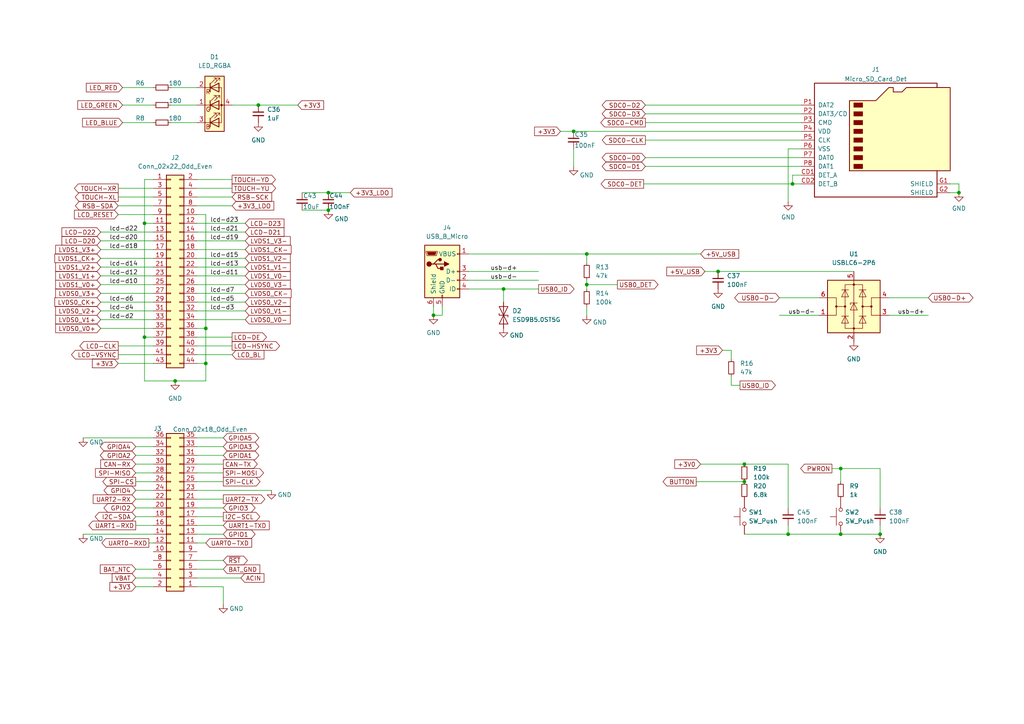
<source format=kicad_sch>
(kicad_sch (version 20250114) (generator "eeschema") (generator_version "9.0")
  (paper "A4")
  (lib_symbols
    (symbol "Connector:USB_B_Micro" (pin_names (offset 1.016))
      (property "Reference" "J" (at -5.08 11.43 0))
      (property "Value" "USB_B_Micro" (at -5.08 8.89 0))
      (symbol "USB_B_Micro_1_1"
        (pin passive line (at -2.54 -10.16 90) (length 2.54) (name "Shield") (number "6"))
        (pin power_out line (at 0 -10.16 90) (length 2.54) (name "GND") (number "5"))
        (pin power_out line (at 7.62 5.08 180) (length 2.54) (name "VBUS") (number "1"))
        (pin bidirectional line (at 7.62 0 180) (length 2.54) (name "D+") (number "3"))
        (pin bidirectional line (at 7.62 -2.54 180) (length 2.54) (name "D-") (number "2"))
        (pin passive line (at 7.62 -5.08 180) (length 2.54) (name "ID") (number "4"))
      )
    )
    (symbol "Connector_Generic:Conn_02x18_Odd_Even" (pin_names (offset 1.016) (hide yes))
      (property "Reference" "J" (at 1.27 22.86 0))
      (property "Value" "Conn_02x18_Odd_Even" (at 1.27 -25.4 0))
      (symbol "Conn_02x18_Odd_Even_1_1"
        (pin passive line (at -5.08 20.32 0) (length 3.81) (name "Pin_1") (number "1"))
        (pin passive line (at -5.08 17.78 0) (length 3.81) (name "Pin_3") (number "3"))
        (pin passive line (at -5.08 15.24 0) (length 3.81) (name "Pin_5") (number "5"))
        (pin passive line (at -5.08 12.7 0) (length 3.81) (name "Pin_7") (number "7"))
        (pin passive line (at -5.08 10.16 0) (length 3.81) (name "Pin_9") (number "9"))
        (pin passive line (at -5.08 7.62 0) (length 3.81) (name "Pin_11") (number "11"))
        (pin passive line (at -5.08 5.08 0) (length 3.81) (name "Pin_13") (number "13"))
        (pin passive line (at -5.08 2.54 0) (length 3.81) (name "Pin_15") (number "15"))
        (pin passive line (at -5.08 0 0) (length 3.81) (name "Pin_17") (number "17"))
        (pin passive line (at -5.08 -2.54 0) (length 3.81) (name "Pin_19") (number "19"))
        (pin passive line (at -5.08 -5.08 0) (length 3.81) (name "Pin_21") (number "21"))
        (pin passive line (at -5.08 -7.62 0) (length 3.81) (name "Pin_23") (number "23"))
        (pin passive line (at -5.08 -10.16 0) (length 3.81) (name "Pin_25") (number "25"))
        (pin passive line (at -5.08 -12.7 0) (length 3.81) (name "Pin_27") (number "27"))
        (pin passive line (at -5.08 -15.24 0) (length 3.81) (name "Pin_29") (number "29"))
        (pin passive line (at -5.08 -17.78 0) (length 3.81) (name "Pin_31") (number "31"))
        (pin passive line (at -5.08 -20.32 0) (length 3.81) (name "Pin_33") (number "33"))
        (pin passive line (at -5.08 -22.86 0) (length 3.81) (name "Pin_35") (number "35"))
        (pin passive line (at 7.62 20.32 180) (length 3.81) (name "Pin_2") (number "2"))
        (pin passive line (at 7.62 17.78 180) (length 3.81) (name "Pin_4") (number "4"))
        (pin passive line (at 7.62 15.24 180) (length 3.81) (name "Pin_6") (number "6"))
        (pin passive line (at 7.62 12.7 180) (length 3.81) (name "Pin_8") (number "8"))
        (pin passive line (at 7.62 10.16 180) (length 3.81) (name "Pin_10") (number "10"))
        (pin passive line (at 7.62 7.62 180) (length 3.81) (name "Pin_12") (number "12"))
        (pin passive line (at 7.62 5.08 180) (length 3.81) (name "Pin_14") (number "14"))
        (pin passive line (at 7.62 2.54 180) (length 3.81) (name "Pin_16") (number "16"))
        (pin passive line (at 7.62 0 180) (length 3.81) (name "Pin_18") (number "18"))
        (pin passive line (at 7.62 -2.54 180) (length 3.81) (name "Pin_20") (number "20"))
        (pin passive line (at 7.62 -5.08 180) (length 3.81) (name "Pin_22") (number "22"))
        (pin passive line (at 7.62 -7.62 180) (length 3.81) (name "Pin_24") (number "24"))
        (pin passive line (at 7.62 -10.16 180) (length 3.81) (name "Pin_26") (number "26"))
        (pin passive line (at 7.62 -12.7 180) (length 3.81) (name "Pin_28") (number "28"))
        (pin passive line (at 7.62 -15.24 180) (length 3.81) (name "Pin_30") (number "30"))
        (pin passive line (at 7.62 -17.78 180) (length 3.81) (name "Pin_32") (number "32"))
        (pin passive line (at 7.62 -20.32 180) (length 3.81) (name "Pin_34") (number "34"))
        (pin passive line (at 7.62 -22.86 180) (length 3.81) (name "Pin_36") (number "36"))
      )
    )
    (symbol "Connector_Generic:Conn_02x22_Odd_Even" (pin_names (offset 1.016) (hide yes))
      (property "Reference" "J" (at 1.27 27.94 0))
      (property "Value" "Conn_02x22_Odd_Even" (at 1.27 -30.48 0))
      (symbol "Conn_02x22_Odd_Even_1_1"
        (pin passive line (at -5.08 25.4 0) (length 3.81) (name "Pin_1") (number "1"))
        (pin passive line (at -5.08 22.86 0) (length 3.81) (name "Pin_3") (number "3"))
        (pin passive line (at -5.08 20.32 0) (length 3.81) (name "Pin_5") (number "5"))
        (pin passive line (at -5.08 17.78 0) (length 3.81) (name "Pin_7") (number "7"))
        (pin passive line (at -5.08 15.24 0) (length 3.81) (name "Pin_9") (number "9"))
        (pin passive line (at -5.08 12.7 0) (length 3.81) (name "Pin_11") (number "11"))
        (pin passive line (at -5.08 10.16 0) (length 3.81) (name "Pin_13") (number "13"))
        (pin passive line (at -5.08 7.62 0) (length 3.81) (name "Pin_15") (number "15"))
        (pin passive line (at -5.08 5.08 0) (length 3.81) (name "Pin_17") (number "17"))
        (pin passive line (at -5.08 2.54 0) (length 3.81) (name "Pin_19") (number "19"))
        (pin passive line (at -5.08 0 0) (length 3.81) (name "Pin_21") (number "21"))
        (pin passive line (at -5.08 -2.54 0) (length 3.81) (name "Pin_23") (number "23"))
        (pin passive line (at -5.08 -5.08 0) (length 3.81) (name "Pin_25") (number "25"))
        (pin passive line (at -5.08 -7.62 0) (length 3.81) (name "Pin_27") (number "27"))
        (pin passive line (at -5.08 -10.16 0) (length 3.81) (name "Pin_29") (number "29"))
        (pin passive line (at -5.08 -12.7 0) (length 3.81) (name "Pin_31") (number "31"))
        (pin passive line (at -5.08 -15.24 0) (length 3.81) (name "Pin_33") (number "33"))
        (pin passive line (at -5.08 -17.78 0) (length 3.81) (name "Pin_35") (number "35"))
        (pin passive line (at -5.08 -20.32 0) (length 3.81) (name "Pin_37") (number "37"))
        (pin passive line (at -5.08 -22.86 0) (length 3.81) (name "Pin_39") (number "39"))
        (pin passive line (at -5.08 -25.4 0) (length 3.81) (name "Pin_41") (number "41"))
        (pin passive line (at -5.08 -27.94 0) (length 3.81) (name "Pin_43") (number "43"))
        (pin passive line (at 7.62 25.4 180) (length 3.81) (name "Pin_2") (number "2"))
        (pin passive line (at 7.62 22.86 180) (length 3.81) (name "Pin_4") (number "4"))
        (pin passive line (at 7.62 20.32 180) (length 3.81) (name "Pin_6") (number "6"))
        (pin passive line (at 7.62 17.78 180) (length 3.81) (name "Pin_8") (number "8"))
        (pin passive line (at 7.62 15.24 180) (length 3.81) (name "Pin_10") (number "10"))
        (pin passive line (at 7.62 12.7 180) (length 3.81) (name "Pin_12") (number "12"))
        (pin passive line (at 7.62 10.16 180) (length 3.81) (name "Pin_14") (number "14"))
        (pin passive line (at 7.62 7.62 180) (length 3.81) (name "Pin_16") (number "16"))
        (pin passive line (at 7.62 5.08 180) (length 3.81) (name "Pin_18") (number "18"))
        (pin passive line (at 7.62 2.54 180) (length 3.81) (name "Pin_20") (number "20"))
        (pin passive line (at 7.62 0 180) (length 3.81) (name "Pin_22") (number "22"))
        (pin passive line (at 7.62 -2.54 180) (length 3.81) (name "Pin_24") (number "24"))
        (pin passive line (at 7.62 -5.08 180) (length 3.81) (name "Pin_26") (number "26"))
        (pin passive line (at 7.62 -7.62 180) (length 3.81) (name "Pin_28") (number "28"))
        (pin passive line (at 7.62 -10.16 180) (length 3.81) (name "Pin_30") (number "30"))
        (pin passive line (at 7.62 -12.7 180) (length 3.81) (name "Pin_32") (number "32"))
        (pin passive line (at 7.62 -15.24 180) (length 3.81) (name "Pin_34") (number "34"))
        (pin passive line (at 7.62 -17.78 180) (length 3.81) (name "Pin_36") (number "36"))
        (pin passive line (at 7.62 -20.32 180) (length 3.81) (name "Pin_38") (number "38"))
        (pin passive line (at 7.62 -22.86 180) (length 3.81) (name "Pin_40") (number "40"))
        (pin passive line (at 7.62 -25.4 180) (length 3.81) (name "Pin_42") (number "42"))
        (pin passive line (at 7.62 -27.94 180) (length 3.81) (name "Pin_44") (number "44"))
      )
    )
    (symbol "Device:C_Small" (pin_numbers (hide yes)) (pin_names (offset 0.254) (hide yes))
      (property "Reference" "C" (at 0.254 1.778 0))
      (property "Value" "C_Small" (at 0.254 -2.032 0))
      (symbol "C_Small_1_1"
        (pin passive line (at 0 2.54 270) (length 2.032) (name "~") (number "1"))
        (pin passive line (at 0 -2.54 90) (length 2.032) (name "~") (number "2"))
      )
    )
    (symbol "Device:LED_GRBA" (pin_names (offset 0) (hide yes))
      (property "Reference" "D" (at 0 9.398 0))
      (property "Value" "LED_GRBA" (at 0 -8.89 0))
      (symbol "LED_GRBA_0_0"
        (text "R" (at -1.905 3.81 0) (effects (font (size 1.27 1.27))))
        (text "G" (at -1.905 -1.27 0) (effects (font (size 1.27 1.27))))
        (text "B" (at -1.905 -6.35 0) (effects (font (size 1.27 1.27))))
      )
      (symbol "LED_GRBA_1_1"
        (pin passive line (at -5.08 5.08 0) (length 2.54) (name "RK") (number "2"))
        (pin passive line (at -5.08 0 0) (length 2.54) (name "GK") (number "1"))
        (pin passive line (at -5.08 -5.08 0) (length 2.54) (name "BK") (number "3"))
        (pin passive line (at 5.08 0 180) (length 2.54) (name "A") (number "4"))
      )
    )
    (symbol "Device:R_Small" (pin_numbers (hide yes)) (pin_names (offset 0.254) (hide yes))
      (property "Reference" "R" (at 0.762 0.508 0))
      (property "Value" "R_Small" (at 0.762 -1.016 0))
      (symbol "R_Small_1_1"
        (pin passive line (at 0 2.54 270) (length 0.762) (name "~") (number "1"))
        (pin passive line (at 0 -2.54 90) (length 0.762) (name "~") (number "2"))
      )
    )
    (symbol "Diode:ESD9B5.0ST5G" (pin_numbers (hide yes)) (pin_names (offset 1.016) (hide yes))
      (property "Reference" "D" (at 0 2.54 0))
      (property "Value" "ESD9B5.0ST5G" (at 0 -2.54 0))
      (symbol "ESD9B5.0ST5G_1_1"
        (pin passive line (at -3.81 0 0) (length 2.54) (name "A1") (number "1"))
        (pin passive line (at 3.81 0 180) (length 2.54) (name "A2") (number "2"))
      )
    )
    (symbol "Power_Protection:USBLC6-2P6" (pin_names (hide yes))
      (property "Reference" "U" (at 2.54 8.89 0))
      (property "Value" "USBLC6-2P6" (at 2.54 -8.89 0))
      (symbol "USBLC6-2P6_1_1"
        (pin passive line (at -10.16 2.54 0) (length 2.54) (name "I/O1") (number "6"))
        (pin passive line (at -10.16 -2.54 0) (length 2.54) (name "I/O1") (number "1"))
        (pin passive line (at 0 10.16 270) (length 2.54) (name "VBUS") (number "5"))
        (pin passive line (at 0 -10.16 90) (length 2.54) (name "GND") (number "2"))
        (pin passive line (at 10.16 2.54 180) (length 2.54) (name "I/O2") (number "4"))
        (pin passive line (at 10.16 -2.54 180) (length 2.54) (name "I/O2") (number "3"))
      )
    )
    (symbol "Switch:SW_Push" (pin_numbers (hide yes)) (pin_names (offset 1.016) (hide yes))
      (property "Reference" "SW" (at 1.27 2.54 0))
      (property "Value" "SW_Push" (at 0 -1.524 0))
      (symbol "SW_Push_0_1"
        (pin passive line (at -5.08 0 0) (length 2.54) (name "1") (number "1"))
        (pin passive line (at 5.08 0 180) (length 2.54) (name "2") (number "2"))
      )
    )
    (symbol "gct:Micro_SD_Card_Det" (pin_names (offset 1.016))
      (property "Reference" "J" (at -16.51 17.78 0))
      (property "Value" "Micro_SD_Card_Det" (at 16.51 17.78 0))
      (symbol "Micro_SD_Card_Det_1_1"
        (pin bidirectional line (at -22.86 10.16 0) (length 3.81) (name "DAT2") (number "P1"))
        (pin bidirectional line (at -22.86 7.62 0) (length 3.81) (name "DAT3/CD") (number "P2"))
        (pin input line (at -22.86 5.08 0) (length 3.81) (name "CMD") (number "P3"))
        (pin power_in line (at -22.86 2.54 0) (length 3.81) (name "VDD") (number "P4"))
        (pin input line (at -22.86 0 0) (length 3.81) (name "CLK") (number "P5"))
        (pin power_in line (at -22.86 -2.54 0) (length 3.81) (name "VSS") (number "P6"))
        (pin bidirectional line (at -22.86 -5.08 0) (length 3.81) (name "DAT0") (number "P7"))
        (pin bidirectional line (at -22.86 -7.62 0) (length 3.81) (name "DAT1") (number "P8"))
        (pin passive line (at -22.86 -10.16 0) (length 3.81) (name "DET_A") (number "CD1"))
        (pin passive line (at -22.86 -12.7 0) (length 3.81) (name "DET_B") (number "CD2"))
        (pin passive line (at 20.32 -12.7 180) (length 3.81) (name "SHIELD") (number "G1"))
        (pin passive line (at 20.32 -15.24 180) (length 3.81) (name "SHIELD") (number "G2"))
      )
    )
    (symbol "power:GND" (power) (pin_names (offset 0))
      (property "Value" "GND" (at 0 -3.81 0))
      (symbol "GND_1_1"
        (pin power_in line (at 0 0 270) (length 0) (hide yes) (name "GND") (number "1"))
      )
    )
  )
  (junction (at 215.9 139.7))
  (junction (at 95.25 60.96))
  (junction (at 170.18 82.55))
  (junction (at 243.84 154.94))
  (junction (at 59.69 105.41))
  (junction (at 146.05 83.82))
  (junction (at 50.8 110.49))
  (junction (at 41.91 64.77))
  (junction (at 229.87 53.34) (diameter 0.9144))
  (junction (at 243.84 135.89))
  (junction (at 228.6 154.94))
  (junction (at 95.25 55.88))
  (junction (at 59.69 95.25))
  (junction (at 215.9 134.62))
  (junction (at 255.27 154.94))
  (junction (at 170.18 73.66))
  (junction (at 166.37 38.1) (diameter 0.9144))
  (junction (at 278.13 55.88) (diameter 0.9144))
  (junction (at 208.28 78.74))
  (junction (at 125.73 91.44))
  (junction (at 74.93 30.48))
  (junction (at 41.91 97.79))
  (wire (pts (xy 212.09 104.14) (xy 212.09 101.6)))
  (wire (pts (xy 57.15 154.94) (xy 64.77 154.94)))
  (wire (pts (xy 39.37 137.16) (xy 44.45 137.16)))
  (wire (pts (xy 29.21 77.47) (xy 44.45 77.47)))
  (wire (pts (xy 29.21 72.39) (xy 44.45 72.39)))
  (wire (pts (xy 67.31 30.48) (xy 74.93 30.48)))
  (wire (pts (xy 186.69 53.34) (xy 229.87 53.34)))
  (wire (pts (xy 39.37 142.24) (xy 44.45 142.24)))
  (wire (pts (xy 204.47 78.74) (xy 208.28 78.74)))
  (wire (pts (xy 39.37 144.78) (xy 44.45 144.78)))
  (wire (pts (xy 243.84 135.89) (xy 255.27 135.89)))
  (wire (pts (xy 212.09 111.76) (xy 212.09 109.22)))
  (wire (pts (xy 166.37 38.1) (xy 232.41 38.1)))
  (wire (pts (xy 57.15 144.78) (xy 64.77 144.78)))
  (wire (pts (xy 57.15 139.7) (xy 64.77 139.7)))
  (wire (pts (xy 34.29 100.33) (xy 44.45 100.33)))
  (wire (pts (xy 41.91 64.77) (xy 44.45 64.77)))
  (wire (pts (xy 57.15 87.63) (xy 71.12 87.63)))
  (wire (pts (xy 232.41 50.8) (xy 229.87 50.8)))
  (wire (pts (xy 57.15 129.54) (xy 64.77 129.54)))
  (wire (pts (xy 128.27 88.9) (xy 128.27 91.44)))
  (wire (pts (xy 228.6 154.94) (xy 243.84 154.94)))
  (wire (pts (xy 29.21 82.55) (xy 44.45 82.55)))
  (wire (pts (xy 187.198 45.72) (xy 232.41 45.72)))
  (wire (pts (xy 41.91 110.49) (xy 50.8 110.49)))
  (wire (pts (xy 170.18 73.66) (xy 203.2 73.66)))
  (wire (pts (xy 57.15 102.87) (xy 67.31 102.87)))
  (wire (pts (xy 166.37 48.26) (xy 166.37 43.18)))
  (wire (pts (xy 35.56 30.48) (xy 44.45 30.48)))
  (wire (pts (xy 57.15 165.1) (xy 64.77 165.1)))
  (wire (pts (xy 57.15 132.08) (xy 64.77 132.08)))
  (wire (pts (xy 187.198 40.64) (xy 232.41 40.64)))
  (wire (pts (xy 57.15 137.16) (xy 64.77 137.16)))
  (wire (pts (xy 57.15 74.93) (xy 71.12 74.93)))
  (wire (pts (xy 39.37 165.1) (xy 44.45 165.1)))
  (wire (pts (xy 257.81 86.36) (xy 269.24 86.36)))
  (wire (pts (xy 278.13 53.34) (xy 278.13 55.88)))
  (wire (pts (xy 57.15 59.69) (xy 67.31 59.69)))
  (wire (pts (xy 135.89 73.66) (xy 170.18 73.66)))
  (wire (pts (xy 209.55 101.6) (xy 212.09 101.6)))
  (wire (pts (xy 57.15 95.25) (xy 59.69 95.25)))
  (wire (pts (xy 39.37 132.08) (xy 44.45 132.08)))
  (wire (pts (xy 187.198 48.26) (xy 232.41 48.26)))
  (wire (pts (xy 59.69 95.25) (xy 59.69 105.41)))
  (wire (pts (xy 57.15 62.23) (xy 59.69 62.23)))
  (wire (pts (xy 39.37 129.54) (xy 44.45 129.54)))
  (wire (pts (xy 215.9 154.94) (xy 228.6 154.94)))
  (wire (pts (xy 278.13 55.88) (xy 275.59 55.88)))
  (wire (pts (xy 57.15 100.33) (xy 67.31 100.33)))
  (wire (pts (xy 57.15 72.39) (xy 71.12 72.39)))
  (wire (pts (xy 29.21 85.09) (xy 44.45 85.09)))
  (wire (pts (xy 255.27 152.4) (xy 255.27 154.94)))
  (wire (pts (xy 229.87 50.8) (xy 229.87 53.34)))
  (wire (pts (xy 243.84 139.7) (xy 243.84 135.89)))
  (wire (pts (xy 243.84 154.94) (xy 255.27 154.94)))
  (wire (pts (xy 39.37 134.62) (xy 44.45 134.62)))
  (wire (pts (xy 49.53 30.48) (xy 57.15 30.48)))
  (wire (pts (xy 57.15 149.86) (xy 64.77 149.86)))
  (wire (pts (xy 170.18 81.28) (xy 170.18 82.55)))
  (wire (pts (xy 57.15 162.56) (xy 64.77 162.56)))
  (wire (pts (xy 257.81 91.44) (xy 269.24 91.44)))
  (wire (pts (xy 170.18 82.55) (xy 179.07 82.55)))
  (wire (pts (xy 57.15 57.15) (xy 67.31 57.15)))
  (wire (pts (xy 57.15 152.4) (xy 64.77 152.4)))
  (wire (pts (xy 34.29 54.61) (xy 44.45 54.61)))
  (wire (pts (xy 29.21 87.63) (xy 44.45 87.63)))
  (wire (pts (xy 57.15 142.24) (xy 78.74 142.24)))
  (wire (pts (xy 29.21 74.93) (xy 44.45 74.93)))
  (wire (pts (xy 39.37 170.18) (xy 44.45 170.18)))
  (wire (pts (xy 24.13 154.94) (xy 44.45 154.94)))
  (wire (pts (xy 74.93 30.48) (xy 86.36 30.48)))
  (wire (pts (xy 87.63 60.96) (xy 95.25 60.96)))
  (wire (pts (xy 39.37 167.64) (xy 44.45 167.64)))
  (wire (pts (xy 187.198 33.02) (xy 232.41 33.02)))
  (wire (pts (xy 43.18 157.48) (xy 44.45 157.48)))
  (wire (pts (xy 135.89 78.74) (xy 156.21 78.74)))
  (wire (pts (xy 135.89 81.28) (xy 156.21 81.28)))
  (wire (pts (xy 57.15 105.41) (xy 59.69 105.41)))
  (wire (pts (xy 170.18 88.9) (xy 170.18 91.44)))
  (wire (pts (xy 57.15 170.18) (xy 64.77 170.18)))
  (wire (pts (xy 41.91 97.79) (xy 44.45 97.79)))
  (wire (pts (xy 57.15 167.64) (xy 69.85 167.64)))
  (wire (pts (xy 49.53 35.56) (xy 57.15 35.56)))
  (wire (pts (xy 34.29 59.69) (xy 44.45 59.69)))
  (wire (pts (xy 255.27 135.89) (xy 255.27 147.32)))
  (wire (pts (xy 59.69 62.23) (xy 59.69 95.25)))
  (wire (pts (xy 29.21 69.85) (xy 44.45 69.85)))
  (wire (pts (xy 57.15 134.62) (xy 64.77 134.62)))
  (wire (pts (xy 29.21 95.25) (xy 44.45 95.25)))
  (wire (pts (xy 57.15 82.55) (xy 71.12 82.55)))
  (wire (pts (xy 41.91 52.07) (xy 41.91 64.77)))
  (wire (pts (xy 64.77 170.18) (xy 64.77 175.26)))
  (wire (pts (xy 226.06 86.36) (xy 237.49 86.36)))
  (wire (pts (xy 24.13 127) (xy 44.45 127)))
  (wire (pts (xy 57.15 157.48) (xy 59.69 157.48)))
  (wire (pts (xy 39.37 139.7) (xy 44.45 139.7)))
  (wire (pts (xy 57.15 77.47) (xy 71.12 77.47)))
  (wire (pts (xy 135.89 83.82) (xy 146.05 83.82)))
  (wire (pts (xy 57.15 147.32) (xy 64.77 147.32)))
  (wire (pts (xy 34.29 57.15) (xy 44.45 57.15)))
  (wire (pts (xy 57.15 54.61) (xy 67.31 54.61)))
  (wire (pts (xy 228.6 147.32) (xy 228.6 134.62)))
  (wire (pts (xy 29.21 67.31) (xy 44.45 67.31)))
  (wire (pts (xy 208.28 78.74) (xy 247.65 78.74)))
  (wire (pts (xy 34.29 62.23) (xy 44.45 62.23)))
  (wire (pts (xy 39.37 149.86) (xy 44.45 149.86)))
  (wire (pts (xy 57.15 80.01) (xy 71.12 80.01)))
  (wire (pts (xy 49.53 25.4) (xy 57.15 25.4)))
  (wire (pts (xy 57.15 90.17) (xy 71.12 90.17)))
  (wire (pts (xy 241.3 135.89) (xy 243.84 135.89)))
  (wire (pts (xy 39.37 147.32) (xy 44.45 147.32)))
  (wire (pts (xy 57.15 69.85) (xy 71.12 69.85)))
  (wire (pts (xy 226.06 91.44) (xy 237.49 91.44)))
  (wire (pts (xy 214.63 111.76) (xy 212.09 111.76)))
  (wire (pts (xy 232.41 43.18) (xy 228.6 43.18)))
  (wire (pts (xy 146.05 83.82) (xy 146.05 87.63)))
  (wire (pts (xy 170.18 73.66) (xy 170.18 76.2)))
  (wire (pts (xy 35.56 35.56) (xy 44.45 35.56)))
  (wire (pts (xy 59.69 105.41) (xy 59.69 110.49)))
  (wire (pts (xy 29.21 92.71) (xy 44.45 92.71)))
  (wire (pts (xy 44.45 52.07) (xy 41.91 52.07)))
  (wire (pts (xy 125.73 88.9) (xy 125.73 91.44)))
  (wire (pts (xy 275.59 53.34) (xy 278.13 53.34)))
  (wire (pts (xy 57.15 92.71) (xy 71.12 92.71)))
  (wire (pts (xy 228.6 43.18) (xy 228.6 58.42)))
  (wire (pts (xy 41.91 64.77) (xy 41.91 97.79)))
  (wire (pts (xy 57.15 97.79) (xy 67.31 97.79)))
  (wire (pts (xy 201.93 139.7) (xy 215.9 139.7)))
  (wire (pts (xy 35.56 25.4) (xy 44.45 25.4)))
  (wire (pts (xy 57.15 85.09) (xy 71.12 85.09)))
  (wire (pts (xy 228.6 134.62) (xy 215.9 134.62)))
  (wire (pts (xy 162.56 38.1) (xy 166.37 38.1)))
  (wire (pts (xy 34.29 102.87) (xy 44.45 102.87)))
  (wire (pts (xy 59.69 110.49) (xy 50.8 110.49)))
  (wire (pts (xy 29.21 90.17) (xy 44.45 90.17)))
  (wire (pts (xy 87.63 55.88) (xy 95.25 55.88)))
  (wire (pts (xy 57.15 127) (xy 64.77 127)))
  (wire (pts (xy 228.6 152.4) (xy 228.6 154.94)))
  (wire (pts (xy 125.73 91.44) (xy 128.27 91.44)))
  (wire (pts (xy 203.2 134.62) (xy 215.9 134.62)))
  (wire (pts (xy 229.87 53.34) (xy 232.41 53.34)))
  (wire (pts (xy 57.15 64.77) (xy 71.12 64.77)))
  (wire (pts (xy 146.05 83.82) (xy 156.21 83.82)))
  (wire (pts (xy 187.198 30.48) (xy 232.41 30.48)))
  (wire (pts (xy 29.21 80.01) (xy 44.45 80.01)))
  (wire (pts (xy 187.198 35.56) (xy 232.41 35.56)))
  (wire (pts (xy 57.15 67.31) (xy 71.12 67.31)))
  (wire (pts (xy 95.25 55.88) (xy 101.6 55.88)))
  (wire (pts (xy 39.37 152.4) (xy 44.45 152.4)))
  (wire (pts (xy 57.15 52.07) (xy 67.31 52.07)))
  (wire (pts (xy 41.91 97.79) (xy 41.91 110.49)))
  (wire (pts (xy 170.18 82.55) (xy 170.18 83.82)))
  (wire (pts (xy 34.29 105.41) (xy 44.45 105.41)))
  (label "lcd-d21" (at 60.96 67.31 0))
  (label "lcd-d6" (at 31.75 87.63 0))
  (label "lcd-d23" (at 60.96 64.77 0))
  (label "lcd-d5" (at 60.96 87.63 0))
  (label "lcd-d20" (at 31.75 69.85 0))
  (label "usb-d+" (at 142.24 78.74 0))
  (label "lcd-d18" (at 31.75 72.39 0))
  (label "lcd-d11" (at 60.96 80.01 0))
  (label "usb-d-" (at 142.24 81.28 0))
  (label "lcd-d7" (at 60.96 85.09 0))
  (label "lcd-d14" (at 31.75 77.47 0))
  (label "lcd-d15" (at 60.96 74.93 0))
  (label "lcd-d22" (at 31.75 67.31 0))
  (label "lcd-d12" (at 31.75 80.01 0))
  (label "usb-d+" (at 260.35 91.44 0))
  (label "lcd-d3" (at 60.96 90.17 0))
  (label "lcd-d2" (at 31.75 92.71 0))
  (label "lcd-d13" (at 60.96 77.47 0))
  (label "usb-d-" (at 228.6 91.44 0))
  (label "lcd-d10" (at 31.75 82.55 0))
  (label "lcd-d4" (at 31.75 90.17 0))
  (label "lcd-d19" (at 60.96 69.85 0))
  (global_label "GPIO1" (shape bidirectional) (at 64.77 154.94 0) (property "Intersheetrefs" "${INTERSHEET_REFS}" (effects (hide yes))))
  (global_label "LCD-D20" (shape input) (at 29.21 69.85 180) (property "Intersheetrefs" "${INTERSHEET_REFS}" (effects (hide yes))))
  (global_label "LVDS0_V1-" (shape input) (at 71.12 90.17 0) (property "Intersheetrefs" "${INTERSHEET_REFS}" (effects (hide yes))))
  (global_label "LCD-CLK" (shape output) (at 34.29 100.33 180) (property "Intersheetrefs" "${INTERSHEET_REFS}" (effects (hide yes))))
  (global_label "LVDS1_V0+" (shape input) (at 29.21 82.55 180) (property "Intersheetrefs" "${INTERSHEET_REFS}" (effects (hide yes))))
  (global_label "CAN-TX" (shape output) (at 64.77 134.62 0) (property "Intersheetrefs" "${INTERSHEET_REFS}" (effects (hide yes))))
  (global_label "GPIOA3" (shape bidirectional) (at 64.77 129.54 0) (property "Intersheetrefs" "${INTERSHEET_REFS}" (effects (hide yes))))
  (global_label "LVDS0_V2+" (shape input) (at 29.21 90.17 180) (property "Intersheetrefs" "${INTERSHEET_REFS}" (effects (hide yes))))
  (global_label "+3V3_LDO" (shape input) (at 67.31 59.69 0) (property "Intersheetrefs" "${INTERSHEET_REFS}" (effects (hide yes))))
  (global_label "BAT_NTC" (shape input) (at 39.37 165.1 180) (property "Intersheetrefs" "${INTERSHEET_REFS}" (effects (hide yes))))
  (global_label "+5V_USB" (shape input) (at 203.2 73.66 0) (property "Intersheetrefs" "${INTERSHEET_REFS}" (effects (hide yes))))
  (global_label "SPI-MISO" (shape input) (at 39.37 137.16 180) (property "Intersheetrefs" "${INTERSHEET_REFS}" (effects (hide yes))))
  (global_label "GPIO4" (shape bidirectional) (at 39.37 142.24 180) (property "Intersheetrefs" "${INTERSHEET_REFS}" (effects (hide yes))))
  (global_label "LVDS0_V0+" (shape input) (at 29.21 95.25 180) (property "Intersheetrefs" "${INTERSHEET_REFS}" (effects (hide yes))))
  (global_label "LVDS0_V0-" (shape input) (at 71.12 92.71 0) (property "Intersheetrefs" "${INTERSHEET_REFS}" (effects (hide yes))))
  (global_label "SDC0-DET" (shape output) (at 186.69 53.34 180) (property "Intersheetrefs" "${INTERSHEET_REFS}" (effects (hide yes))))
  (global_label "LCD-D21" (shape input) (at 71.12 67.31 0) (property "Intersheetrefs" "${INTERSHEET_REFS}" (effects (hide yes))))
  (global_label "TOUCH-YD" (shape output) (at 67.31 52.07 0) (property "Intersheetrefs" "${INTERSHEET_REFS}" (effects (hide yes))))
  (global_label "+3V3" (shape input) (at 39.37 170.18 180) (property "Intersheetrefs" "${INTERSHEET_REFS}" (effects (hide yes))))
  (global_label "LVDS1_CK-" (shape input) (at 71.12 72.39 0) (property "Intersheetrefs" "${INTERSHEET_REFS}" (effects (hide yes))))
  (global_label "LVDS1_V2-" (shape input) (at 71.12 74.93 0) (property "Intersheetrefs" "${INTERSHEET_REFS}" (effects (hide yes))))
  (global_label "LVDS1_V3+" (shape input) (at 29.21 72.39 180) (property "Intersheetrefs" "${INTERSHEET_REFS}" (effects (hide yes))))
  (global_label "GPIOA5" (shape bidirectional) (at 64.77 127 0) (property "Intersheetrefs" "${INTERSHEET_REFS}" (effects (hide yes))))
  (global_label "USB0_ID" (shape output) (at 214.63 111.76 0) (property "Intersheetrefs" "${INTERSHEET_REFS}" (effects (hide yes))))
  (global_label "I2C-SDA" (shape bidirectional) (at 39.37 149.86 180) (property "Intersheetrefs" "${INTERSHEET_REFS}" (effects (hide yes))))
  (global_label "~{RST}" (shape bidirectional) (at 64.77 162.56 0) (property "Intersheetrefs" "${INTERSHEET_REFS}" (effects (hide yes))))
  (global_label "USB0_ID" (shape output) (at 156.21 83.82 0) (property "Intersheetrefs" "${INTERSHEET_REFS}" (effects (hide yes))))
  (global_label "LVDS1_V0-" (shape input) (at 71.12 80.01 0) (property "Intersheetrefs" "${INTERSHEET_REFS}" (effects (hide yes))))
  (global_label "USB0_DET" (shape output) (at 179.07 82.55 0) (property "Intersheetrefs" "${INTERSHEET_REFS}" (effects (hide yes))))
  (global_label "+3V3_LDO" (shape input) (at 101.6 55.88 0) (property "Intersheetrefs" "${INTERSHEET_REFS}" (effects (hide yes))))
  (global_label "LVDS1_V3-" (shape input) (at 71.12 69.85 0) (property "Intersheetrefs" "${INTERSHEET_REFS}" (effects (hide yes))))
  (global_label "UART0-TXD" (shape input) (at 59.69 157.48 0) (property "Intersheetrefs" "${INTERSHEET_REFS}" (effects (hide yes))))
  (global_label "+3V3" (shape input) (at 34.29 105.41 180) (property "Intersheetrefs" "${INTERSHEET_REFS}" (effects (hide yes))))
  (global_label "ACIN" (shape input) (at 69.85 167.64 0) (property "Intersheetrefs" "${INTERSHEET_REFS}" (effects (hide yes))))
  (global_label "LVDS1_CK+" (shape input) (at 29.21 74.93 180) (property "Intersheetrefs" "${INTERSHEET_REFS}" (effects (hide yes))))
  (global_label "LVDS0_CK+" (shape input) (at 29.21 87.63 180) (property "Intersheetrefs" "${INTERSHEET_REFS}" (effects (hide yes))))
  (global_label "USB0-D-" (shape bidirectional) (at 226.06 86.36 180) (property "Intersheetrefs" "${INTERSHEET_REFS}" (effects (hide yes))))
  (global_label "LCD_RESET" (shape input) (at 34.29 62.23 180) (property "Intersheetrefs" "${INTERSHEET_REFS}" (effects (hide yes))))
  (global_label "UART1-RXD" (shape output) (at 39.37 152.4 180) (property "Intersheetrefs" "${INTERSHEET_REFS}" (effects (hide yes))))
  (global_label "LED_GREEN" (shape input) (at 35.56 30.48 180) (property "Intersheetrefs" "${INTERSHEET_REFS}" (effects (hide yes))))
  (global_label "BUTTON" (shape output) (at 201.93 139.7 180) (property "Intersheetrefs" "${INTERSHEET_REFS}" (effects (hide yes))))
  (global_label "SDC0-D0" (shape bidirectional) (at 187.198 45.72 180) (property "Intersheetrefs" "${INTERSHEET_REFS}" (effects (hide yes))))
  (global_label "UART2-RX" (shape input) (at 39.37 144.78 180) (property "Intersheetrefs" "${INTERSHEET_REFS}" (effects (hide yes))))
  (global_label "SPI-CS" (shape output) (at 39.37 139.7 180) (property "Intersheetrefs" "${INTERSHEET_REFS}" (effects (hide yes))))
  (global_label "+3V0" (shape input) (at 203.2 134.62 180) (property "Intersheetrefs" "${INTERSHEET_REFS}" (effects (hide yes))))
  (global_label "LVDS1_V1-" (shape input) (at 71.12 77.47 0) (property "Intersheetrefs" "${INTERSHEET_REFS}" (effects (hide yes))))
  (global_label "LVDS0_CK-" (shape input) (at 71.12 85.09 0) (property "Intersheetrefs" "${INTERSHEET_REFS}" (effects (hide yes))))
  (global_label "LED_RED" (shape input) (at 35.56 25.4 180) (property "Intersheetrefs" "${INTERSHEET_REFS}" (effects (hide yes))))
  (global_label "UART1-TXD" (shape input) (at 64.77 152.4 0) (property "Intersheetrefs" "${INTERSHEET_REFS}" (effects (hide yes))))
  (global_label "SPI-MOSI" (shape output) (at 64.77 137.16 0) (property "Intersheetrefs" "${INTERSHEET_REFS}" (effects (hide yes))))
  (global_label "+3V3" (shape input) (at 162.56 38.1 180) (property "Intersheetrefs" "${INTERSHEET_REFS}" (effects (hide yes))))
  (global_label "GPIOA4" (shape bidirectional) (at 39.37 129.54 180) (property "Intersheetrefs" "${INTERSHEET_REFS}" (effects (hide yes))))
  (global_label "RSB-SDA" (shape bidirectional) (at 34.29 59.69 180) (property "Intersheetrefs" "${INTERSHEET_REFS}" (effects (hide yes))))
  (global_label "TOUCH-YU" (shape output) (at 67.31 54.61 0) (property "Intersheetrefs" "${INTERSHEET_REFS}" (effects (hide yes))))
  (global_label "USB0-D+" (shape bidirectional) (at 269.24 86.36 0) (property "Intersheetrefs" "${INTERSHEET_REFS}" (effects (hide yes))))
  (global_label "PWRON" (shape output) (at 241.3 135.89 180) (property "Intersheetrefs" "${INTERSHEET_REFS}" (effects (hide yes))))
  (global_label "LVDS1_V1+" (shape input) (at 29.21 80.01 180) (property "Intersheetrefs" "${INTERSHEET_REFS}" (effects (hide yes))))
  (global_label "LCD-D22" (shape input) (at 29.21 67.31 180) (property "Intersheetrefs" "${INTERSHEET_REFS}" (effects (hide yes))))
  (global_label "TOUCH-XL" (shape output) (at 34.29 57.15 180) (property "Intersheetrefs" "${INTERSHEET_REFS}" (effects (hide yes))))
  (global_label "RSB-SCK" (shape input) (at 67.31 57.15 0) (property "Intersheetrefs" "${INTERSHEET_REFS}" (effects (hide yes))))
  (global_label "LCD-HSYNC" (shape output) (at 67.31 100.33 0) (property "Intersheetrefs" "${INTERSHEET_REFS}" (effects (hide yes))))
  (global_label "+5V_USB" (shape input) (at 204.47 78.74 180) (property "Intersheetrefs" "${INTERSHEET_REFS}" (effects (hide yes))))
  (global_label "SDC0-D3" (shape bidirectional) (at 187.198 33.02 180) (property "Intersheetrefs" "${INTERSHEET_REFS}" (effects (hide yes))))
  (global_label "LVDS0_V3-" (shape input) (at 71.12 82.55 0) (property "Intersheetrefs" "${INTERSHEET_REFS}" (effects (hide yes))))
  (global_label "LCD_BL" (shape input) (at 67.31 102.87 0) (property "Intersheetrefs" "${INTERSHEET_REFS}" (effects (hide yes))))
  (global_label "LCD-VSYNC" (shape output) (at 34.29 102.87 180) (property "Intersheetrefs" "${INTERSHEET_REFS}" (effects (hide yes))))
  (global_label "UART2-TX" (shape output) (at 64.77 144.78 0) (property "Intersheetrefs" "${INTERSHEET_REFS}" (effects (hide yes))))
  (global_label "GPIO3" (shape bidirectional) (at 64.77 147.32 0) (property "Intersheetrefs" "${INTERSHEET_REFS}" (effects (hide yes))))
  (global_label "I2C-SCL" (shape output) (at 64.77 149.86 0) (property "Intersheetrefs" "${INTERSHEET_REFS}" (effects (hide yes))))
  (global_label "GPIOA1" (shape bidirectional) (at 64.77 132.08 0) (property "Intersheetrefs" "${INTERSHEET_REFS}" (effects (hide yes))))
  (global_label "SPI-CLK" (shape output) (at 64.77 139.7 0) (property "Intersheetrefs" "${INTERSHEET_REFS}" (effects (hide yes))))
  (global_label "TOUCH-XR" (shape output) (at 34.29 54.61 180) (property "Intersheetrefs" "${INTERSHEET_REFS}" (effects (hide yes))))
  (global_label "LVDS0_V3+" (shape input) (at 29.21 85.09 180) (property "Intersheetrefs" "${INTERSHEET_REFS}" (effects (hide yes))))
  (global_label "LED_BLUE" (shape input) (at 35.56 35.56 180) (property "Intersheetrefs" "${INTERSHEET_REFS}" (effects (hide yes))))
  (global_label "LVDS0_V2-" (shape input) (at 71.12 87.63 0) (property "Intersheetrefs" "${INTERSHEET_REFS}" (effects (hide yes))))
  (global_label "+3V3" (shape input) (at 209.55 101.6 180) (property "Intersheetrefs" "${INTERSHEET_REFS}" (effects (hide yes))))
  (global_label "LVDS1_V2+" (shape input) (at 29.21 77.47 180) (property "Intersheetrefs" "${INTERSHEET_REFS}" (effects (hide yes))))
  (global_label "SDC0-D2" (shape bidirectional) (at 187.198 30.48 180) (property "Intersheetrefs" "${INTERSHEET_REFS}" (effects (hide yes))))
  (global_label "BAT_GND" (shape input) (at 64.77 165.1 0) (property "Intersheetrefs" "${INTERSHEET_REFS}" (effects (hide yes))))
  (global_label "GPIOA2" (shape bidirectional) (at 39.37 132.08 180) (property "Intersheetrefs" "${INTERSHEET_REFS}" (effects (hide yes))))
  (global_label "SDC0-D1" (shape bidirectional) (at 187.198 48.26 180) (property "Intersheetrefs" "${INTERSHEET_REFS}" (effects (hide yes))))
  (global_label "LVDS0_V1+" (shape input) (at 29.21 92.71 180) (property "Intersheetrefs" "${INTERSHEET_REFS}" (effects (hide yes))))
  (global_label "CAN-RX" (shape input) (at 39.37 134.62 180) (property "Intersheetrefs" "${INTERSHEET_REFS}" (effects (hide yes))))
  (global_label "SDC0-CLK" (shape output) (at 187.198 40.64 180) (property "Intersheetrefs" "${INTERSHEET_REFS}" (effects (hide yes))))
  (global_label "UART0-RXD" (shape output) (at 43.18 157.48 180) (property "Intersheetrefs" "${INTERSHEET_REFS}" (effects (hide yes))))
  (global_label "+3V3" (shape input) (at 86.36 30.48 0) (property "Intersheetrefs" "${INTERSHEET_REFS}" (effects (hide yes))))
  (global_label "GPIO2" (shape bidirectional) (at 39.37 147.32 180) (property "Intersheetrefs" "${INTERSHEET_REFS}" (effects (hide yes))))
  (global_label "LCD-D23" (shape input) (at 71.12 64.77 0) (property "Intersheetrefs" "${INTERSHEET_REFS}" (effects (hide yes))))
  (global_label "LCD-DE" (shape output) (at 67.31 97.79 0) (property "Intersheetrefs" "${INTERSHEET_REFS}" (effects (hide yes))))
  (global_label "VBAT" (shape input) (at 39.37 167.64 180) (property "Intersheetrefs" "${INTERSHEET_REFS}" (effects (hide yes))))
  (global_label "SDC0-CMD" (shape output) (at 187.198 35.56 180) (property "Intersheetrefs" "${INTERSHEET_REFS}" (effects (hide yes))))
  (symbol (lib_id "Device:LED_GRBA") (at 62.23 30.48 0) (unit 1)
    (property "Reference" "D1" (at 62.23 16.51 0))
    (property "Value" "LED_RGBA" (at 62.23 19.05 0))
    (property "Footprint" "led:rgb-1204" (effects (hide yes)))
  )
  (symbol (lib_id "Connector:USB_B_Micro") (at 128.27 78.74 0) (unit 1)
    (property "Reference" "J4" (at 129.667 66.04 0))
    (property "Value" "USB_B_Micro" (at 129.667 68.58 0))
    (property "Footprint" "Connector_USB:USB_Micro-B_Amphenol_10103594-0001LF_Horizontal" (effects (hide yes)))
  )
  (symbol (lib_id "Device:C_Small") (at 74.93 33.02 0) (unit 1)
    (property "Reference" "C36" (at 77.47 31.7499 0) (effects (justify left)))
    (property "Value" "1uF" (at 77.47 34.2899 0) (effects (justify left)))
    (property "Footprint" "Capacitor_SMD:C_0402_1005Metric" (effects (hide yes)))
  )
  (symbol (lib_id "Device:C_Small") (at 208.28 81.28 0) (unit 1)
    (property "Reference" "C37" (at 210.82 80.0099 0) (effects (justify left)))
    (property "Value" "100nF" (at 210.82 82.5499 0) (effects (justify left)))
    (property "Footprint" "Capacitor_SMD:C_0402_1005Metric" (effects (hide yes)))
  )
  (symbol (lib_id "Connector_Generic:Conn_02x18_Odd_Even") (at 52.07 149.86 180) (unit 1)
    (property "Reference" "J3" (at 45.72 124.3034 0))
    (property "Value" "Conn_02x18_Odd_Even" (at 60.96 124.5385 0))
    (property "Footprint" "Connector_PinHeader_2.54mm:PinHeader_2x18_P2.54mm_Vertical" (effects (hide yes)))
  )
  (symbol (lib_id "power:GND") (at 24.13 127 0) (unit 1)
    (property "Reference" "#PWR0125" (effects (hide yes)))
    (property "Value" "GND" (at 27.94 128.27 0))
  )
  (symbol (lib_id "power:GND") (at 125.73 91.44 0) (unit 1)
    (property "Reference" "#PWR0123" (effects (hide yes)))
    (property "Value" "GND" (at 125.73 96.52 0))
  )
  (symbol (lib_id "Device:R_Small") (at 215.9 137.16 0) (unit 1)
    (property "Reference" "R19" (at 218.44 135.8899 0) (effects (justify left)))
    (property "Value" "100k" (at 218.44 138.4299 0) (effects (justify left)))
    (property "Footprint" "Resistor_SMD:R_0402_1005Metric" (effects (hide yes)))
  )
  (symbol (lib_id "power:GND") (at 278.13 55.88 0) (unit 1)
    (property "Reference" "#PWR0118" (effects (hide yes)))
    (property "Value" "GND" (at 278.13 60.4426 0))
  )
  (symbol (lib_id "Device:C_Small") (at 166.37 40.64 0) (unit 1)
    (property "Reference" "C35" (at 166.6451 39.0134 0) (effects (justify left)))
    (property "Value" "100nF" (at 166.5966 42.1995 0) (effects (justify left)))
    (property "Footprint" "Capacitor_SMD:C_0402_1005Metric" (effects (hide yes)))
  )
  (symbol (lib_id "power:GND") (at 64.77 175.26 0) (unit 1)
    (property "Reference" "#PWR0122" (effects (hide yes)))
    (property "Value" "GND" (at 68.58 176.53 0))
  )
  (symbol (lib_id "power:GND") (at 146.05 95.25 0) (unit 1)
    (property "Reference" "#PWR0166" (effects (hide yes)))
    (property "Value" "GND" (at 149.86 97.282 0))
  )
  (symbol (lib_id "Connector_Generic:Conn_02x22_Odd_Even") (at 49.53 77.47 0) (unit 1)
    (property "Reference" "J2" (at 50.8 45.72 0))
    (property "Value" "Conn_02x22_Odd_Even" (at 50.8 48.26 0))
    (property "Footprint" "Connector_PinHeader_1.27mm:PinHeader_2x22_P1.27mm_Vertical" (effects (hide yes)))
  )
  (symbol (lib_id "Device:R_Small") (at 215.9 142.24 0) (unit 1)
    (property "Reference" "R20" (at 218.44 140.9699 0) (effects (justify left)))
    (property "Value" "6.8k" (at 218.44 143.5099 0) (effects (justify left)))
    (property "Footprint" "Resistor_SMD:R_0402_1005Metric" (effects (hide yes)))
  )
  (symbol (lib_id "Device:R_Small") (at 243.84 142.24 0) (unit 1)
    (property "Reference" "R9" (at 246.38 140.9699 0) (effects (justify left)))
    (property "Value" "1k" (at 246.38 143.5099 0) (effects (justify left)))
    (property "Footprint" "Resistor_SMD:R_0402_1005Metric" (effects (hide yes)))
  )
  (symbol (lib_id "Device:R_Small") (at 170.18 78.74 0) (unit 1)
    (property "Reference" "R13" (at 172.72 77.4699 0) (effects (justify left)))
    (property "Value" "47k" (at 172.72 80.0099 0) (effects (justify left)))
    (property "Footprint" "Resistor_SMD:R_0402_1005Metric" (effects (hide yes)))
  )
  (symbol (lib_id "Device:R_Small") (at 212.09 106.68 0) (unit 1)
    (property "Reference" "R16" (at 214.63 105.4099 0) (effects (justify left)))
    (property "Value" "47k" (at 214.63 107.9499 0) (effects (justify left)))
    (property "Footprint" "Resistor_SMD:R_0402_1005Metric" (effects (hide yes)))
  )
  (symbol (lib_id "gct:Micro_SD_Card_Det") (at 255.27 40.64 0) (unit 1)
    (property "Reference" "J1" (at 254 20.1634 0))
    (property "Value" "Micro_SD_Card_Det" (at 254 22.9385 0))
    (property "Footprint" "gct:MEM20610118800A" (effects (hide yes)))
    (property "Datasheet" "https://www.hirose.com/product/en/download_file/key_name/DM3/category/Catalog/doc_file_id/49662/?file_category_id=4&item_id=195&is_series=1" (effects (hide yes)))
  )
  (symbol (lib_id "power:GND") (at 228.6 58.42 0) (unit 1)
    (property "Reference" "#PWR0119" (effects (hide yes)))
    (property "Value" "GND" (at 228.6 62.9826 0))
  )
  (symbol (lib_id "power:GND") (at 208.28 83.82 0) (unit 1)
    (property "Reference" "#PWR0128" (effects (hide yes)))
    (property "Value" "GND" (at 208.28 88.9 0))
  )
  (symbol (lib_id "Device:R_Small") (at 46.99 25.4 90) (unit 1)
    (property "Reference" "R6" (at 40.64 24.13 90))
    (property "Value" "180" (at 50.8 24.13 90))
    (property "Footprint" "Resistor_SMD:R_0402_1005Metric" (effects (hide yes)))
  )
  (symbol (lib_id "Power_Protection:USBLC6-2P6") (at 247.65 88.9 0) (unit 1)
    (property "Reference" "U1" (at 247.65 73.66 0))
    (property "Value" "USBLC6-2P6" (at 247.65 76.2 0))
    (property "Footprint" "Package_TO_SOT_SMD:SOT-23-6" (effects (hide yes)))
    (property "Datasheet" "https://www.st.com/resource/en/datasheet/usblc6-2.pdf" (effects (hide yes)))
  )
  (symbol (lib_id "Device:R_Small") (at 46.99 30.48 90) (unit 1)
    (property "Reference" "R7" (at 40.64 29.21 90))
    (property "Value" "180" (at 50.8 29.21 90))
    (property "Footprint" "Resistor_SMD:R_0402_1005Metric" (effects (hide yes)))
  )
  (symbol (lib_id "power:GND") (at 50.8 110.49 0) (unit 1)
    (property "Reference" "#PWR0117" (effects (hide yes)))
    (property "Value" "GND" (at 50.8 115.57 0))
  )
  (symbol (lib_id "Device:C_Small") (at 228.6 149.86 0) (unit 1)
    (property "Reference" "C45" (at 231.14 148.5899 0) (effects (justify left)))
    (property "Value" "100nF" (at 231.14 151.1299 0) (effects (justify left)))
    (property "Footprint" "Capacitor_SMD:C_0402_1005Metric" (effects (hide yes)))
  )
  (symbol (lib_id "Device:R_Small") (at 46.99 35.56 90) (unit 1)
    (property "Reference" "R8" (at 40.64 34.29 90))
    (property "Value" "180" (at 50.8 34.29 90))
    (property "Footprint" "Resistor_SMD:R_0402_1005Metric" (effects (hide yes)))
  )
  (symbol (lib_id "power:GND") (at 95.25 60.96 0) (unit 1)
    (property "Reference" "#PWR0172" (effects (hide yes)))
    (property "Value" "GND" (at 99.06 63.5 0))
  )
  (symbol (lib_id "power:GND") (at 255.27 154.94 0) (unit 1)
    (property "Reference" "#PWR0130" (effects (hide yes)))
    (property "Value" "GND" (at 255.27 160.02 0))
  )
  (symbol (lib_id "power:GND") (at 74.93 35.56 0) (unit 1)
    (property "Reference" "#PWR0124" (effects (hide yes)))
    (property "Value" "GND" (at 74.93 40.64 0))
  )
  (symbol (lib_id "Diode:ESD9B5.0ST5G") (at 146.05 91.44 270) (unit 1)
    (property "Reference" "D2" (at 148.59 90.1699 90) (effects (justify left)))
    (property "Value" "ESD9B5.0ST5G" (at 148.59 92.7099 90) (effects (justify left)))
    (property "Footprint" "Diode_SMD:D_SOD-923" (effects (hide yes)))
    (property "Datasheet" "https://www.onsemi.com/pub/Collateral/ESD9B-D.PDF" (effects (hide yes)))
  )
  (symbol (lib_id "Switch:SW_Push") (at 243.84 149.86 90) (unit 1)
    (property "Reference" "SW2" (at 245.11 148.5899 90) (effects (justify right)))
    (property "Value" "SW_Push" (at 245.11 151.1299 90) (effects (justify right)))
    (property "Footprint" "Button_Switch_SMD:SW_SPST_EVQP7C" (effects (hide yes)))
  )
  (symbol (lib_id "Device:C_Small") (at 87.63 58.42 0) (unit 1)
    (property "Reference" "C43" (at 87.9051 56.7934 0) (effects (justify left)))
    (property "Value" "10uF" (at 87.8566 59.9795 0) (effects (justify left)))
    (property "Footprint" "Capacitor_SMD:C_0603_1608Metric" (effects (hide yes)))
  )
  (symbol (lib_id "Device:C_Small") (at 255.27 149.86 0) (unit 1)
    (property "Reference" "C38" (at 257.81 148.5899 0) (effects (justify left)))
    (property "Value" "100nF" (at 257.81 151.1299 0) (effects (justify left)))
    (property "Footprint" "Capacitor_SMD:C_0402_1005Metric" (effects (hide yes)))
  )
  (symbol (lib_id "power:GND") (at 24.13 154.94 0) (unit 1)
    (property "Reference" "#PWR0127" (effects (hide yes)))
    (property "Value" "GND" (at 27.94 156.21 0))
  )
  (symbol (lib_id "Device:R_Small") (at 170.18 86.36 0) (unit 1)
    (property "Reference" "R14" (at 172.72 85.0899 0) (effects (justify left)))
    (property "Value" "100k" (at 172.72 87.6299 0) (effects (justify left)))
    (property "Footprint" "Resistor_SMD:R_0402_1005Metric" (effects (hide yes)))
  )
  (symbol (lib_id "power:GND") (at 170.18 91.44 0) (unit 1)
    (property "Reference" "#PWR069" (effects (hide yes)))
    (property "Value" "GND" (at 173.99 93.472 0))
  )
  (symbol (lib_id "power:GND") (at 247.65 99.06 0) (unit 1)
    (property "Reference" "#PWR0129" (effects (hide yes)))
    (property "Value" "GND" (at 247.65 104.14 0))
  )
  (symbol (lib_id "power:GND") (at 78.74 142.24 0) (unit 1)
    (property "Reference" "#PWR0121" (effects (hide yes)))
    (property "Value" "GND" (at 82.55 143.51 0))
  )
  (symbol (lib_id "power:GND") (at 166.37 48.26 0) (unit 1)
    (property "Reference" "#PWR0120" (effects (hide yes)))
    (property "Value" "GND" (at 170.18 50.8 0))
  )
  (symbol (lib_id "Device:C_Small") (at 95.25 58.42 0) (unit 1)
    (property "Reference" "C44" (at 95.5251 56.7934 0) (effects (justify left)))
    (property "Value" "100nF" (at 95.4766 59.9795 0) (effects (justify left)))
    (property "Footprint" "Capacitor_SMD:C_0402_1005Metric" (effects (hide yes)))
  )
  (symbol (lib_id "Switch:SW_Push") (at 215.9 149.86 90) (unit 1)
    (property "Reference" "SW1" (at 217.17 148.5899 90) (effects (justify right)))
    (property "Value" "SW_Push" (at 217.17 151.1299 90) (effects (justify right)))
    (property "Footprint" "Button_Switch_SMD:SW_SPST_EVQP7C" (effects (hide yes)))
  )
)
</source>
